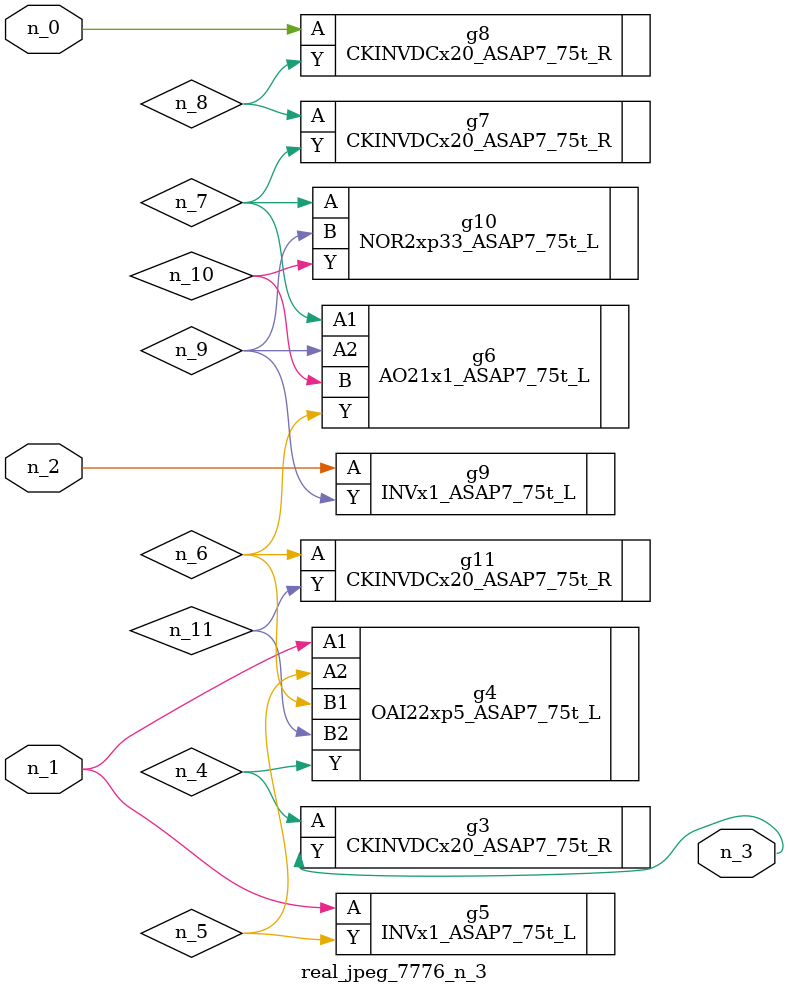
<source format=v>
module real_jpeg_7776_n_3 (n_1, n_0, n_2, n_3);

input n_1;
input n_0;
input n_2;

output n_3;

wire n_5;
wire n_4;
wire n_8;
wire n_11;
wire n_6;
wire n_7;
wire n_10;
wire n_9;

CKINVDCx20_ASAP7_75t_R g8 ( 
.A(n_0),
.Y(n_8)
);

OAI22xp5_ASAP7_75t_L g4 ( 
.A1(n_1),
.A2(n_5),
.B1(n_6),
.B2(n_11),
.Y(n_4)
);

INVx1_ASAP7_75t_L g5 ( 
.A(n_1),
.Y(n_5)
);

INVx1_ASAP7_75t_L g9 ( 
.A(n_2),
.Y(n_9)
);

CKINVDCx20_ASAP7_75t_R g3 ( 
.A(n_4),
.Y(n_3)
);

CKINVDCx20_ASAP7_75t_R g11 ( 
.A(n_6),
.Y(n_11)
);

AO21x1_ASAP7_75t_L g6 ( 
.A1(n_7),
.A2(n_9),
.B(n_10),
.Y(n_6)
);

NOR2xp33_ASAP7_75t_L g10 ( 
.A(n_7),
.B(n_9),
.Y(n_10)
);

CKINVDCx20_ASAP7_75t_R g7 ( 
.A(n_8),
.Y(n_7)
);


endmodule
</source>
